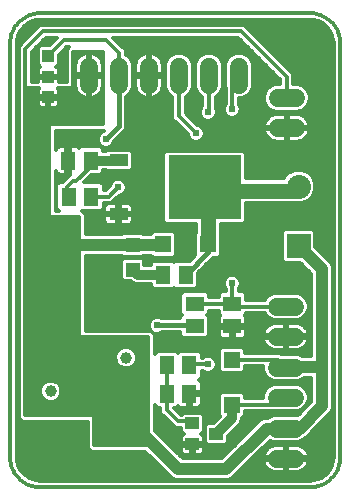
<source format=gtl>
G75*
%MOIN*%
%OFA0B0*%
%FSLAX24Y24*%
%IPPOS*%
%LPD*%
%AMOC8*
5,1,8,0,0,1.08239X$1,22.5*
%
%ADD10C,0.0120*%
%ADD11R,0.0512X0.0630*%
%ADD12R,0.0551X0.0551*%
%ADD13R,0.0800X0.0800*%
%ADD14C,0.0800*%
%ADD15R,0.0472X0.0472*%
%ADD16C,0.0600*%
%ADD17R,0.0591X0.0512*%
%ADD18R,0.0630X0.0512*%
%ADD19R,0.2441X0.2126*%
%ADD20R,0.0630X0.0394*%
%ADD21R,0.0450X0.0400*%
%ADD22R,0.0394X0.0394*%
%ADD23C,0.0394*%
%ADD24C,0.0240*%
%ADD25C,0.1660*%
%ADD26C,0.0320*%
%ADD27C,0.0500*%
%ADD28C,0.0160*%
%ADD29C,0.0400*%
D10*
X004332Y005229D02*
X004188Y005426D01*
X004113Y005659D01*
X004103Y005781D01*
X004103Y019581D01*
X004113Y019703D01*
X004188Y019935D01*
X004332Y020132D01*
X004529Y020276D01*
X004761Y020351D01*
X004883Y020361D01*
X013883Y020361D01*
X014005Y020351D01*
X014237Y020276D01*
X014435Y020132D01*
X014578Y019935D01*
X014654Y019703D01*
X014663Y019581D01*
X014663Y005781D01*
X014654Y005659D01*
X014578Y005426D01*
X014435Y005229D01*
X014237Y005086D01*
X014005Y005010D01*
X013883Y005001D01*
X004883Y005001D01*
X004761Y005010D01*
X004529Y005086D01*
X004332Y005229D01*
X004342Y005222D02*
X009133Y005222D01*
X009015Y005340D02*
X004251Y005340D01*
X004178Y005459D02*
X008896Y005459D01*
X008778Y005577D02*
X004139Y005577D01*
X004110Y005696D02*
X008659Y005696D01*
X008541Y005814D02*
X004103Y005814D01*
X004103Y005933D02*
X008422Y005933D01*
X008394Y005961D02*
X009279Y005075D01*
X009412Y005021D01*
X011155Y005021D01*
X011287Y005075D01*
X012547Y006335D01*
X012691Y006275D01*
X013474Y006275D01*
X013643Y006345D01*
X013718Y006420D01*
X013742Y006430D01*
X013843Y006531D01*
X014589Y007277D01*
X014643Y007409D01*
X014643Y012120D01*
X014589Y012252D01*
X014487Y012353D01*
X014060Y012781D01*
X014060Y013298D01*
X013966Y013392D01*
X013034Y013392D01*
X012940Y013298D01*
X012940Y012365D01*
X013034Y012272D01*
X013551Y012272D01*
X013923Y011899D01*
X013923Y009141D01*
X013653Y009141D01*
X013631Y009162D01*
X013462Y009232D01*
X012922Y009232D01*
X012905Y009249D01*
X011719Y009249D01*
X011719Y009370D01*
X011625Y009464D01*
X010941Y009464D01*
X010848Y009370D01*
X010848Y008687D01*
X010941Y008593D01*
X011625Y008593D01*
X011719Y008687D01*
X011719Y008809D01*
X012311Y008809D01*
X012311Y008680D01*
X012381Y008511D01*
X012510Y008382D01*
X012679Y008312D01*
X013462Y008312D01*
X013631Y008382D01*
X013670Y008421D01*
X013923Y008421D01*
X013923Y007630D01*
X013484Y007191D01*
X013474Y007195D01*
X012691Y007195D01*
X012522Y007125D01*
X012492Y007095D01*
X012366Y007095D01*
X012234Y007040D01*
X010934Y005741D01*
X009632Y005741D01*
X008703Y006670D01*
X008703Y007511D01*
X008788Y007427D01*
X008890Y007427D01*
X008890Y007263D01*
X009263Y006889D01*
X009392Y006761D01*
X009573Y006761D01*
X009573Y006643D01*
X009663Y006553D01*
X009635Y006537D01*
X009605Y006508D01*
X009584Y006471D01*
X009573Y006430D01*
X009573Y006249D01*
X009918Y006249D01*
X009918Y006169D01*
X009998Y006169D01*
X009998Y005849D01*
X010204Y005849D01*
X010245Y005860D01*
X010281Y005881D01*
X010311Y005911D01*
X010332Y005948D01*
X010343Y005988D01*
X010343Y006169D01*
X009998Y006169D01*
X009998Y006249D01*
X010343Y006249D01*
X010343Y006430D01*
X010332Y006471D01*
X010311Y006508D01*
X010281Y006537D01*
X010254Y006553D01*
X010343Y006643D01*
X010343Y007176D01*
X010249Y007269D01*
X009667Y007269D01*
X009598Y007201D01*
X009574Y007201D01*
X009348Y007427D01*
X009432Y007427D01*
X009484Y007479D01*
X009504Y007459D01*
X009540Y007438D01*
X009581Y007427D01*
X009798Y007427D01*
X009798Y007842D01*
X009918Y007842D01*
X009918Y007962D01*
X010274Y007962D01*
X010274Y008238D01*
X010263Y008279D01*
X010242Y008315D01*
X010212Y008345D01*
X010176Y008366D01*
X010174Y008366D01*
X010177Y008366D01*
X010271Y008460D01*
X010271Y008661D01*
X010307Y008661D01*
X010325Y008643D01*
X010428Y008601D01*
X010539Y008601D01*
X010642Y008643D01*
X010721Y008722D01*
X010763Y008825D01*
X010763Y008936D01*
X010721Y009039D01*
X010642Y009118D01*
X010539Y009161D01*
X010428Y009161D01*
X010325Y009118D01*
X010307Y009101D01*
X010271Y009101D01*
X010271Y009222D01*
X010177Y009316D01*
X009533Y009316D01*
X009481Y009264D01*
X009429Y009316D01*
X008785Y009316D01*
X008703Y009235D01*
X008703Y009872D01*
X008637Y009938D01*
X008728Y009901D01*
X008839Y009901D01*
X008936Y009941D01*
X009558Y009941D01*
X009558Y009834D01*
X009652Y009741D01*
X010415Y009741D01*
X010508Y009834D01*
X010508Y010479D01*
X010456Y010531D01*
X010508Y010582D01*
X010508Y010672D01*
X010839Y010672D01*
X010839Y010569D01*
X010891Y010518D01*
X010871Y010498D01*
X010850Y010461D01*
X010839Y010421D01*
X010839Y010204D01*
X011234Y010204D01*
X011234Y010084D01*
X010839Y010084D01*
X010839Y009867D01*
X010850Y009826D01*
X010871Y009789D01*
X010901Y009760D01*
X010937Y009739D01*
X010978Y009728D01*
X011234Y009728D01*
X011234Y010084D01*
X011354Y010084D01*
X011354Y010204D01*
X011750Y010204D01*
X011750Y010421D01*
X011739Y010461D01*
X011718Y010498D01*
X011698Y010518D01*
X011750Y010569D01*
X011750Y010583D01*
X012364Y010583D01*
X012381Y010543D01*
X012510Y010413D01*
X012679Y010343D01*
X013462Y010343D01*
X013631Y010413D01*
X013761Y010543D01*
X013831Y010712D01*
X013831Y010895D01*
X013761Y011064D01*
X013631Y011193D01*
X013462Y011263D01*
X012679Y011263D01*
X012510Y011193D01*
X012381Y011064D01*
X012364Y011023D01*
X011750Y011023D01*
X011750Y011214D01*
X011656Y011307D01*
X011503Y011307D01*
X011503Y011405D01*
X011521Y011422D01*
X011563Y011525D01*
X011563Y011636D01*
X011521Y011739D01*
X013923Y011739D01*
X013923Y011621D02*
X011563Y011621D01*
X011554Y011502D02*
X013923Y011502D01*
X013923Y011384D02*
X011503Y011384D01*
X011698Y011265D02*
X013923Y011265D01*
X013923Y011147D02*
X013678Y011147D01*
X013776Y011028D02*
X013923Y011028D01*
X013923Y010910D02*
X013825Y010910D01*
X013831Y010791D02*
X013923Y010791D01*
X013923Y010673D02*
X013814Y010673D01*
X013765Y010554D02*
X013923Y010554D01*
X013923Y010436D02*
X013653Y010436D01*
X013547Y010230D02*
X013478Y010252D01*
X013407Y010263D01*
X013111Y010263D01*
X013111Y009843D01*
X013923Y009843D01*
X013830Y009843D02*
X013819Y009911D01*
X013797Y009980D01*
X013764Y010044D01*
X013722Y010103D01*
X013670Y010154D01*
X013612Y010197D01*
X013547Y010230D01*
X013608Y010199D02*
X013923Y010199D01*
X013923Y010317D02*
X011750Y010317D01*
X011746Y010436D02*
X012488Y010436D01*
X012376Y010554D02*
X011734Y010554D01*
X011383Y010803D02*
X011294Y010892D01*
X011283Y010892D01*
X010046Y010892D01*
X010033Y010905D01*
X009652Y011320D02*
X010415Y011320D01*
X010508Y011227D01*
X010508Y011112D01*
X010839Y011112D01*
X010839Y011214D01*
X010933Y011307D01*
X011063Y011307D01*
X011063Y011405D01*
X011046Y011422D01*
X011003Y011525D01*
X011003Y011636D01*
X011046Y011739D01*
X010146Y011739D01*
X010146Y011621D02*
X011003Y011621D01*
X011013Y011502D02*
X010146Y011502D01*
X010146Y011479D02*
X010146Y011937D01*
X010649Y012439D01*
X010828Y012439D01*
X010921Y012533D01*
X010921Y013217D01*
X010896Y013242D01*
X010896Y013558D01*
X011657Y013558D01*
X011751Y013651D01*
X011751Y014256D01*
X013351Y014256D01*
X013388Y014240D01*
X013611Y014240D01*
X013817Y014325D01*
X013975Y014483D01*
X014060Y014689D01*
X014060Y014912D01*
X013975Y015117D01*
X013817Y015275D01*
X013611Y015360D01*
X013388Y015360D01*
X013183Y015275D01*
X013025Y015117D01*
X013008Y015076D01*
X011751Y015076D01*
X011751Y015910D01*
X011657Y016004D01*
X009084Y016004D01*
X008990Y015910D01*
X008990Y013651D01*
X009084Y013558D01*
X010076Y013558D01*
X010076Y013242D01*
X010050Y013217D01*
X010050Y012533D01*
X010057Y012526D01*
X009866Y012335D01*
X009408Y012335D01*
X009357Y012283D01*
X009305Y012335D01*
X008660Y012335D01*
X008567Y012241D01*
X008567Y012180D01*
X008361Y012180D01*
X008361Y012341D01*
X008267Y012435D01*
X007662Y012435D01*
X007568Y012341D01*
X007568Y011736D01*
X007662Y011643D01*
X007908Y011643D01*
X007962Y011589D01*
X008080Y011540D01*
X008567Y011540D01*
X008567Y011479D01*
X008660Y011385D01*
X009305Y011385D01*
X009357Y011437D01*
X009408Y011385D01*
X010053Y011385D01*
X010146Y011479D01*
X010146Y011858D02*
X011220Y011858D01*
X011228Y011861D02*
X011125Y011818D01*
X011046Y011739D01*
X011228Y011861D02*
X011339Y011861D01*
X011442Y011818D01*
X011521Y011739D01*
X011346Y011858D02*
X013923Y011858D01*
X013846Y011976D02*
X010186Y011976D01*
X010304Y012095D02*
X013728Y012095D01*
X013609Y012213D02*
X010423Y012213D01*
X010541Y012332D02*
X012974Y012332D01*
X012940Y012450D02*
X010838Y012450D01*
X010921Y012569D02*
X012940Y012569D01*
X012940Y012687D02*
X010921Y012687D01*
X010921Y012806D02*
X012940Y012806D01*
X012940Y012924D02*
X010921Y012924D01*
X010921Y013043D02*
X012940Y013043D01*
X012940Y013161D02*
X010921Y013161D01*
X010896Y013280D02*
X012940Y013280D01*
X011735Y013635D02*
X014663Y013635D01*
X014663Y013517D02*
X010896Y013517D01*
X010896Y013398D02*
X014663Y013398D01*
X014663Y013280D02*
X014060Y013280D01*
X014060Y013161D02*
X014663Y013161D01*
X014663Y013043D02*
X014060Y013043D01*
X014060Y012924D02*
X014663Y012924D01*
X014663Y012806D02*
X014060Y012806D01*
X014154Y012687D02*
X014663Y012687D01*
X014663Y012569D02*
X014272Y012569D01*
X014391Y012450D02*
X014663Y012450D01*
X014663Y012332D02*
X014509Y012332D01*
X014605Y012213D02*
X014663Y012213D01*
X014663Y012095D02*
X014643Y012095D01*
X014643Y011976D02*
X014663Y011976D01*
X014663Y011858D02*
X014643Y011858D01*
X014643Y011739D02*
X014663Y011739D01*
X014663Y011621D02*
X014643Y011621D01*
X014643Y011502D02*
X014663Y011502D01*
X014663Y011384D02*
X014643Y011384D01*
X014643Y011265D02*
X014663Y011265D01*
X014663Y011147D02*
X014643Y011147D01*
X014643Y011028D02*
X014663Y011028D01*
X014663Y010910D02*
X014643Y010910D01*
X014643Y010791D02*
X014663Y010791D01*
X014663Y010673D02*
X014643Y010673D01*
X014643Y010554D02*
X014663Y010554D01*
X014663Y010436D02*
X014643Y010436D01*
X014643Y010317D02*
X014663Y010317D01*
X014663Y010199D02*
X014643Y010199D01*
X014643Y010080D02*
X014663Y010080D01*
X014663Y009962D02*
X014643Y009962D01*
X014643Y009843D02*
X014663Y009843D01*
X014663Y009725D02*
X014643Y009725D01*
X014643Y009606D02*
X014663Y009606D01*
X014663Y009488D02*
X014643Y009488D01*
X014643Y009369D02*
X014663Y009369D01*
X014663Y009251D02*
X014643Y009251D01*
X014643Y009132D02*
X014663Y009132D01*
X014663Y009014D02*
X014643Y009014D01*
X014643Y008895D02*
X014663Y008895D01*
X014663Y008777D02*
X014643Y008777D01*
X014643Y008658D02*
X014663Y008658D01*
X014663Y008540D02*
X014643Y008540D01*
X014643Y008421D02*
X014663Y008421D01*
X014663Y008303D02*
X014643Y008303D01*
X014643Y008184D02*
X014663Y008184D01*
X014663Y008066D02*
X014643Y008066D01*
X014643Y007947D02*
X014663Y007947D01*
X014663Y007829D02*
X014643Y007829D01*
X014643Y007710D02*
X014663Y007710D01*
X014663Y007592D02*
X014643Y007592D01*
X014643Y007473D02*
X014663Y007473D01*
X014663Y007355D02*
X014621Y007355D01*
X014663Y007236D02*
X014548Y007236D01*
X014663Y007118D02*
X014429Y007118D01*
X014311Y006999D02*
X014663Y006999D01*
X014663Y006881D02*
X014192Y006881D01*
X014074Y006762D02*
X014663Y006762D01*
X014663Y006644D02*
X013955Y006644D01*
X013837Y006525D02*
X014663Y006525D01*
X014663Y006407D02*
X013705Y006407D01*
X013506Y006288D02*
X014663Y006288D01*
X014663Y006170D02*
X013533Y006170D01*
X013559Y006161D02*
X013490Y006184D01*
X013419Y006195D01*
X013123Y006195D01*
X013123Y005775D01*
X013842Y005775D01*
X013831Y005843D01*
X013809Y005911D01*
X013776Y005976D01*
X013733Y006035D01*
X013682Y006086D01*
X013624Y006128D01*
X013559Y006161D01*
X013717Y006051D02*
X014663Y006051D01*
X014663Y005933D02*
X013798Y005933D01*
X013836Y005814D02*
X014663Y005814D01*
X014657Y005696D02*
X013123Y005696D01*
X013123Y005695D02*
X013123Y005775D01*
X013043Y005775D01*
X013043Y006195D01*
X012746Y006195D01*
X012675Y006184D01*
X012606Y006161D01*
X012541Y006128D01*
X012483Y006086D01*
X012432Y006035D01*
X012389Y005976D01*
X012356Y005911D01*
X012334Y005843D01*
X012323Y005775D01*
X013043Y005775D01*
X013043Y005695D01*
X013123Y005695D01*
X013842Y005695D01*
X013831Y005627D01*
X013809Y005558D01*
X013776Y005494D01*
X013733Y005435D01*
X013682Y005384D01*
X013624Y005341D01*
X013559Y005309D01*
X013490Y005286D01*
X013419Y005275D01*
X013123Y005275D01*
X013123Y005695D01*
X013043Y005695D02*
X013043Y005275D01*
X012746Y005275D01*
X012675Y005286D01*
X012606Y005309D01*
X012541Y005341D01*
X012483Y005384D01*
X012432Y005435D01*
X012389Y005494D01*
X012356Y005558D01*
X012334Y005627D01*
X012323Y005695D01*
X013043Y005695D01*
X013043Y005696D02*
X011907Y005696D01*
X012026Y005814D02*
X012329Y005814D01*
X012367Y005933D02*
X012144Y005933D01*
X012263Y006051D02*
X012448Y006051D01*
X012381Y006170D02*
X012632Y006170D01*
X012659Y006288D02*
X012500Y006288D01*
X011956Y006762D02*
X011413Y006762D01*
X011465Y006813D02*
X011555Y006903D01*
X011603Y007021D01*
X011603Y007097D01*
X011625Y007097D01*
X011719Y007191D01*
X011719Y007313D01*
X012678Y007313D01*
X012679Y007312D01*
X013462Y007312D01*
X013631Y007382D01*
X013761Y007511D01*
X013831Y007680D01*
X013831Y007863D01*
X013761Y008032D01*
X013631Y008162D01*
X013462Y008232D01*
X012679Y008232D01*
X012510Y008162D01*
X012381Y008032D01*
X012311Y007863D01*
X012311Y007753D01*
X011719Y007753D01*
X011719Y007874D01*
X011625Y007968D01*
X010941Y007968D01*
X010848Y007874D01*
X010848Y007191D01*
X010892Y007146D01*
X010666Y006919D01*
X010467Y006919D01*
X010373Y006826D01*
X010373Y006293D01*
X010467Y006199D01*
X011049Y006199D01*
X011143Y006293D01*
X011143Y006492D01*
X011465Y006813D01*
X011532Y006881D02*
X012074Y006881D01*
X012193Y006999D02*
X011594Y006999D01*
X011646Y007118D02*
X012515Y007118D01*
X012831Y007533D02*
X011283Y007533D01*
X011719Y007829D02*
X012311Y007829D01*
X012345Y007947D02*
X011646Y007947D01*
X011690Y008658D02*
X012320Y008658D01*
X012311Y008777D02*
X011719Y008777D01*
X011719Y009251D02*
X013923Y009251D01*
X013923Y009369D02*
X013523Y009369D01*
X013547Y009377D02*
X013612Y009410D01*
X013670Y009453D01*
X013722Y009504D01*
X013764Y009562D01*
X013797Y009627D01*
X013819Y009696D01*
X013830Y009763D01*
X013111Y009763D01*
X013111Y009343D01*
X013407Y009343D01*
X013478Y009355D01*
X013547Y009377D01*
X013705Y009488D02*
X013923Y009488D01*
X013923Y009606D02*
X013786Y009606D01*
X013824Y009725D02*
X013923Y009725D01*
X013830Y009843D02*
X013111Y009843D01*
X013111Y009763D01*
X013031Y009763D01*
X013031Y009343D01*
X012735Y009343D01*
X012663Y009355D01*
X012594Y009377D01*
X012530Y009410D01*
X012471Y009453D01*
X012420Y009504D01*
X012377Y009562D01*
X012344Y009627D01*
X012322Y009696D01*
X012311Y009763D01*
X013031Y009763D01*
X013031Y009843D01*
X011743Y009843D01*
X011739Y009826D02*
X011750Y009867D01*
X011750Y010084D01*
X011354Y010084D01*
X011354Y009728D01*
X011611Y009728D01*
X011651Y009739D01*
X011688Y009760D01*
X011718Y009789D01*
X011739Y009826D01*
X011750Y009962D02*
X012338Y009962D01*
X012344Y009980D02*
X012322Y009911D01*
X012311Y009843D01*
X013031Y009843D01*
X013031Y010263D01*
X012735Y010263D01*
X012663Y010252D01*
X012594Y010230D01*
X012530Y010197D01*
X012471Y010154D01*
X012420Y010103D01*
X012377Y010044D01*
X012344Y009980D01*
X012403Y010080D02*
X011750Y010080D01*
X011354Y010080D02*
X011234Y010080D01*
X011234Y009962D02*
X011354Y009962D01*
X011354Y009843D02*
X011234Y009843D01*
X011234Y010199D02*
X010508Y010199D01*
X010508Y010317D02*
X010839Y010317D01*
X010843Y010436D02*
X010508Y010436D01*
X010480Y010554D02*
X010854Y010554D01*
X010839Y010080D02*
X010508Y010080D01*
X010508Y009962D02*
X010839Y009962D01*
X010845Y009843D02*
X010508Y009843D01*
X010848Y009369D02*
X008703Y009369D01*
X008703Y009251D02*
X008719Y009251D01*
X008483Y009251D02*
X008074Y009251D01*
X008052Y009304D02*
X007952Y009404D01*
X007820Y009459D01*
X007678Y009459D01*
X007547Y009404D01*
X007447Y009304D01*
X007393Y009173D01*
X007393Y009031D01*
X007447Y008900D01*
X007547Y008799D01*
X007678Y008745D01*
X007820Y008745D01*
X007952Y008799D01*
X008052Y008900D01*
X008106Y009031D01*
X008106Y009173D01*
X008052Y009304D01*
X007987Y009369D02*
X008483Y009369D01*
X008483Y009488D02*
X004383Y009488D01*
X004383Y009606D02*
X008483Y009606D01*
X008483Y009725D02*
X004383Y009725D01*
X004383Y009843D02*
X006183Y009843D01*
X006183Y009781D02*
X008483Y009781D01*
X008483Y006181D01*
X006683Y006181D01*
X006683Y007181D01*
X004383Y007181D01*
X004383Y018081D01*
X004840Y018081D01*
X004830Y018071D01*
X004809Y018034D01*
X004798Y017994D01*
X004798Y017814D01*
X005117Y017814D01*
X005117Y017737D01*
X005193Y017737D01*
X005193Y017419D01*
X005373Y017419D01*
X005414Y017430D01*
X005450Y017451D01*
X005480Y017481D01*
X005501Y017517D01*
X005512Y017558D01*
X005512Y017737D01*
X005193Y017737D01*
X005193Y017814D01*
X005512Y017814D01*
X005512Y017994D01*
X005501Y018034D01*
X005480Y018071D01*
X005470Y018081D01*
X005983Y018081D01*
X005983Y019281D01*
X006983Y019281D01*
X006983Y016881D01*
X005183Y016881D01*
X005183Y013781D01*
X006183Y013781D01*
X006183Y009781D01*
X006183Y009962D02*
X004383Y009962D01*
X004383Y010080D02*
X006183Y010080D01*
X006183Y010199D02*
X004383Y010199D01*
X004383Y010317D02*
X006183Y010317D01*
X006183Y010436D02*
X004383Y010436D01*
X004383Y010554D02*
X006183Y010554D01*
X006183Y010673D02*
X004383Y010673D01*
X004383Y010791D02*
X006183Y010791D01*
X006183Y010910D02*
X004383Y010910D01*
X004383Y011028D02*
X006183Y011028D01*
X006183Y011147D02*
X004383Y011147D01*
X004383Y011265D02*
X006183Y011265D01*
X006183Y011384D02*
X004383Y011384D01*
X004383Y011502D02*
X006183Y011502D01*
X006183Y011621D02*
X004383Y011621D01*
X004383Y011739D02*
X006183Y011739D01*
X006183Y011858D02*
X004383Y011858D01*
X004383Y011976D02*
X006183Y011976D01*
X006183Y012095D02*
X004383Y012095D01*
X004383Y012213D02*
X006183Y012213D01*
X006183Y012332D02*
X004383Y012332D01*
X004383Y012450D02*
X006183Y012450D01*
X006183Y012569D02*
X004383Y012569D01*
X004383Y012687D02*
X006183Y012687D01*
X006183Y012806D02*
X004383Y012806D01*
X004383Y012924D02*
X006183Y012924D01*
X006183Y013043D02*
X004383Y013043D01*
X004383Y013161D02*
X006183Y013161D01*
X006183Y013280D02*
X004383Y013280D01*
X004383Y013398D02*
X006183Y013398D01*
X006183Y013517D02*
X004383Y013517D01*
X004383Y013635D02*
X006183Y013635D01*
X006183Y013754D02*
X004383Y013754D01*
X004383Y013872D02*
X005183Y013872D01*
X005183Y013991D02*
X004383Y013991D01*
X004383Y014109D02*
X005183Y014109D01*
X005183Y014228D02*
X004383Y014228D01*
X004383Y014346D02*
X005183Y014346D01*
X005183Y014465D02*
X004383Y014465D01*
X004383Y014583D02*
X005183Y014583D01*
X005183Y014702D02*
X004383Y014702D01*
X004383Y014820D02*
X005183Y014820D01*
X005183Y014939D02*
X004383Y014939D01*
X004383Y015057D02*
X005183Y015057D01*
X005183Y015176D02*
X004383Y015176D01*
X004383Y015294D02*
X005183Y015294D01*
X005183Y015413D02*
X004383Y015413D01*
X004383Y015531D02*
X005183Y015531D01*
X005183Y015650D02*
X004383Y015650D01*
X004383Y015768D02*
X005183Y015768D01*
X005183Y015887D02*
X004383Y015887D01*
X004383Y016005D02*
X005183Y016005D01*
X005183Y016124D02*
X004383Y016124D01*
X004383Y016242D02*
X005183Y016242D01*
X005183Y016361D02*
X004383Y016361D01*
X004383Y016479D02*
X005183Y016479D01*
X005183Y016598D02*
X004383Y016598D01*
X004383Y016716D02*
X005183Y016716D01*
X005183Y016835D02*
X004383Y016835D01*
X004383Y016953D02*
X006983Y016953D01*
X006983Y017072D02*
X004383Y017072D01*
X004383Y017190D02*
X006983Y017190D01*
X006983Y017309D02*
X004383Y017309D01*
X004383Y017381D02*
X004483Y017281D01*
X004383Y017381D02*
X004383Y019381D01*
X004983Y019981D01*
X011583Y019981D01*
X013102Y018462D01*
X013102Y017760D01*
X012882Y018220D02*
X012711Y018220D01*
X012542Y018150D01*
X012412Y018021D01*
X012342Y017852D01*
X012342Y017669D01*
X012412Y017500D01*
X012542Y017370D01*
X012711Y017300D01*
X013494Y017300D01*
X013663Y017370D01*
X013792Y017500D01*
X013862Y017669D01*
X013862Y017852D01*
X013792Y018021D01*
X013663Y018150D01*
X013494Y018220D01*
X013322Y018220D01*
X013322Y018553D01*
X011803Y020072D01*
X011674Y020201D01*
X004892Y020201D01*
X004292Y019601D01*
X004163Y019472D01*
X004163Y007089D01*
X004292Y006961D01*
X006463Y006961D01*
X006463Y006089D01*
X006592Y005961D01*
X008394Y005961D01*
X008483Y006288D02*
X006683Y006288D01*
X006683Y006407D02*
X008483Y006407D01*
X008483Y006525D02*
X006683Y006525D01*
X006683Y006644D02*
X008483Y006644D01*
X008483Y006762D02*
X006683Y006762D01*
X006683Y006881D02*
X008483Y006881D01*
X008483Y006999D02*
X006683Y006999D01*
X006683Y007118D02*
X008483Y007118D01*
X008483Y007236D02*
X004383Y007236D01*
X004383Y007355D02*
X008483Y007355D01*
X008483Y007473D02*
X004383Y007473D01*
X004383Y007592D02*
X008483Y007592D01*
X008483Y007710D02*
X005464Y007710D01*
X005434Y007680D02*
X005534Y007780D01*
X005588Y007911D01*
X005588Y008053D01*
X005534Y008184D01*
X008483Y008184D01*
X008483Y008066D02*
X005583Y008066D01*
X005588Y007947D02*
X008483Y007947D01*
X008483Y007829D02*
X005554Y007829D01*
X005434Y007680D02*
X005302Y007625D01*
X005160Y007625D01*
X005029Y007680D01*
X004929Y007780D01*
X004875Y007911D01*
X004875Y008053D01*
X004929Y008184D01*
X004383Y008184D01*
X004383Y008066D02*
X004880Y008066D01*
X004875Y007947D02*
X004383Y007947D01*
X004383Y007829D02*
X004909Y007829D01*
X004999Y007710D02*
X004383Y007710D01*
X004163Y007710D02*
X004103Y007710D01*
X004103Y007592D02*
X004163Y007592D01*
X004163Y007473D02*
X004103Y007473D01*
X004103Y007355D02*
X004163Y007355D01*
X004163Y007236D02*
X004103Y007236D01*
X004103Y007118D02*
X004163Y007118D01*
X004103Y006999D02*
X004254Y006999D01*
X004103Y006881D02*
X006463Y006881D01*
X006463Y006762D02*
X004103Y006762D01*
X004103Y006644D02*
X006463Y006644D01*
X006463Y006525D02*
X004103Y006525D01*
X004103Y006407D02*
X006463Y006407D01*
X006463Y006288D02*
X004103Y006288D01*
X004103Y006170D02*
X006463Y006170D01*
X006502Y006051D02*
X004103Y006051D01*
X003883Y005781D02*
X003883Y019581D01*
X004103Y019560D02*
X004252Y019560D01*
X004163Y019442D02*
X004103Y019442D01*
X004103Y019323D02*
X004163Y019323D01*
X004163Y019205D02*
X004103Y019205D01*
X004103Y019086D02*
X004163Y019086D01*
X004163Y018968D02*
X004103Y018968D01*
X004103Y018849D02*
X004163Y018849D01*
X004163Y018731D02*
X004103Y018731D01*
X004103Y018612D02*
X004163Y018612D01*
X004163Y018494D02*
X004103Y018494D01*
X004103Y018375D02*
X004163Y018375D01*
X004163Y018257D02*
X004103Y018257D01*
X004103Y018138D02*
X004163Y018138D01*
X004163Y018020D02*
X004103Y018020D01*
X004103Y017901D02*
X004163Y017901D01*
X004163Y017783D02*
X004103Y017783D01*
X004103Y017664D02*
X004163Y017664D01*
X004163Y017546D02*
X004103Y017546D01*
X004103Y017427D02*
X004163Y017427D01*
X004163Y017309D02*
X004103Y017309D01*
X004103Y017190D02*
X004163Y017190D01*
X004163Y017072D02*
X004103Y017072D01*
X004103Y016953D02*
X004163Y016953D01*
X004163Y016835D02*
X004103Y016835D01*
X004103Y016716D02*
X004163Y016716D01*
X004163Y016598D02*
X004103Y016598D01*
X004103Y016479D02*
X004163Y016479D01*
X004163Y016361D02*
X004103Y016361D01*
X004103Y016242D02*
X004163Y016242D01*
X004163Y016124D02*
X004103Y016124D01*
X004103Y016005D02*
X004163Y016005D01*
X004163Y015887D02*
X004103Y015887D01*
X004103Y015768D02*
X004163Y015768D01*
X004163Y015650D02*
X004103Y015650D01*
X004103Y015531D02*
X004163Y015531D01*
X004163Y015413D02*
X004103Y015413D01*
X004103Y015294D02*
X004163Y015294D01*
X004163Y015176D02*
X004103Y015176D01*
X004103Y015057D02*
X004163Y015057D01*
X004163Y014939D02*
X004103Y014939D01*
X004103Y014820D02*
X004163Y014820D01*
X004163Y014702D02*
X004103Y014702D01*
X004103Y014583D02*
X004163Y014583D01*
X004163Y014465D02*
X004103Y014465D01*
X004103Y014346D02*
X004163Y014346D01*
X004163Y014228D02*
X004103Y014228D01*
X004103Y014109D02*
X004163Y014109D01*
X004163Y013991D02*
X004103Y013991D01*
X004103Y013872D02*
X004163Y013872D01*
X004163Y013754D02*
X004103Y013754D01*
X004103Y013635D02*
X004163Y013635D01*
X004163Y013517D02*
X004103Y013517D01*
X004103Y013398D02*
X004163Y013398D01*
X004163Y013280D02*
X004103Y013280D01*
X004103Y013161D02*
X004163Y013161D01*
X004163Y013043D02*
X004103Y013043D01*
X004103Y012924D02*
X004163Y012924D01*
X004163Y012806D02*
X004103Y012806D01*
X004103Y012687D02*
X004163Y012687D01*
X004163Y012569D02*
X004103Y012569D01*
X004103Y012450D02*
X004163Y012450D01*
X004163Y012332D02*
X004103Y012332D01*
X004103Y012213D02*
X004163Y012213D01*
X004163Y012095D02*
X004103Y012095D01*
X004103Y011976D02*
X004163Y011976D01*
X004163Y011858D02*
X004103Y011858D01*
X004103Y011739D02*
X004163Y011739D01*
X004163Y011621D02*
X004103Y011621D01*
X004103Y011502D02*
X004163Y011502D01*
X004163Y011384D02*
X004103Y011384D01*
X004103Y011265D02*
X004163Y011265D01*
X004163Y011147D02*
X004103Y011147D01*
X004103Y011028D02*
X004163Y011028D01*
X004163Y010910D02*
X004103Y010910D01*
X004103Y010791D02*
X004163Y010791D01*
X004163Y010673D02*
X004103Y010673D01*
X004103Y010554D02*
X004163Y010554D01*
X004163Y010436D02*
X004103Y010436D01*
X004103Y010317D02*
X004163Y010317D01*
X004163Y010199D02*
X004103Y010199D01*
X004103Y010080D02*
X004163Y010080D01*
X004163Y009962D02*
X004103Y009962D01*
X004103Y009843D02*
X004163Y009843D01*
X004163Y009725D02*
X004103Y009725D01*
X004103Y009606D02*
X004163Y009606D01*
X004163Y009488D02*
X004103Y009488D01*
X004103Y009369D02*
X004163Y009369D01*
X004163Y009251D02*
X004103Y009251D01*
X004103Y009132D02*
X004163Y009132D01*
X004163Y009014D02*
X004103Y009014D01*
X004103Y008895D02*
X004163Y008895D01*
X004163Y008777D02*
X004103Y008777D01*
X004103Y008658D02*
X004163Y008658D01*
X004163Y008540D02*
X004103Y008540D01*
X004103Y008421D02*
X004163Y008421D01*
X004163Y008303D02*
X004103Y008303D01*
X004103Y008184D02*
X004163Y008184D01*
X004163Y008066D02*
X004103Y008066D01*
X004103Y007947D02*
X004163Y007947D01*
X004163Y007829D02*
X004103Y007829D01*
X004383Y008303D02*
X005072Y008303D01*
X005029Y008285D02*
X004929Y008184D01*
X005029Y008285D02*
X005160Y008339D01*
X005302Y008339D01*
X005434Y008285D01*
X005534Y008184D01*
X005390Y008303D02*
X008483Y008303D01*
X008483Y008421D02*
X004383Y008421D01*
X004383Y008540D02*
X008483Y008540D01*
X008483Y008658D02*
X004383Y008658D01*
X004383Y008777D02*
X007602Y008777D01*
X007452Y008895D02*
X004383Y008895D01*
X004383Y009014D02*
X007400Y009014D01*
X007393Y009132D02*
X004383Y009132D01*
X004383Y009251D02*
X007425Y009251D01*
X007512Y009369D02*
X004383Y009369D01*
X006403Y010001D02*
X006403Y012506D01*
X007626Y012506D01*
X007662Y012469D01*
X008267Y012469D01*
X008303Y012506D01*
X008582Y012506D01*
X008648Y012439D01*
X009331Y012439D01*
X009425Y012533D01*
X009425Y013217D01*
X009331Y013311D01*
X008648Y013311D01*
X008563Y013226D01*
X008303Y013226D01*
X008267Y013262D01*
X007662Y013262D01*
X007626Y013226D01*
X006403Y013226D01*
X006403Y013872D01*
X007458Y013872D01*
X007458Y013844D02*
X007458Y013921D01*
X007022Y013921D01*
X007022Y014101D01*
X007033Y014142D01*
X007054Y014178D01*
X007084Y014208D01*
X007120Y014229D01*
X007161Y014240D01*
X007458Y014240D01*
X007458Y013921D01*
X007535Y013921D01*
X007972Y013921D01*
X007972Y014101D01*
X007961Y014142D01*
X007940Y014178D01*
X007910Y014208D01*
X007873Y014229D01*
X007833Y014240D01*
X007535Y014240D01*
X007535Y013921D01*
X007535Y013844D01*
X007535Y013526D01*
X007833Y013526D01*
X007873Y013537D01*
X007910Y013558D01*
X007940Y013588D01*
X007961Y013624D01*
X007972Y013665D01*
X007972Y013844D01*
X007535Y013844D01*
X007458Y013844D01*
X007458Y013526D01*
X007161Y013526D01*
X007120Y013537D01*
X007084Y013558D01*
X007054Y013588D01*
X007033Y013624D01*
X007022Y013665D01*
X007022Y013844D01*
X007458Y013844D01*
X007535Y013872D02*
X008990Y013872D01*
X008990Y013754D02*
X007972Y013754D01*
X007964Y013635D02*
X009006Y013635D01*
X008990Y013991D02*
X007972Y013991D01*
X007969Y014109D02*
X008990Y014109D01*
X008990Y014228D02*
X007876Y014228D01*
X007535Y014228D02*
X007458Y014228D01*
X007458Y014109D02*
X007535Y014109D01*
X007535Y013991D02*
X007458Y013991D01*
X007458Y013754D02*
X007535Y013754D01*
X007535Y013635D02*
X007458Y013635D01*
X007030Y013635D02*
X006403Y013635D01*
X006403Y013517D02*
X010076Y013517D01*
X010076Y013398D02*
X006403Y013398D01*
X006403Y013280D02*
X008617Y013280D01*
X009363Y013280D02*
X010076Y013280D01*
X010050Y013161D02*
X009425Y013161D01*
X009425Y013043D02*
X010050Y013043D01*
X010050Y012924D02*
X009425Y012924D01*
X009425Y012806D02*
X010050Y012806D01*
X010050Y012687D02*
X009425Y012687D01*
X009425Y012569D02*
X010050Y012569D01*
X009981Y012450D02*
X009342Y012450D01*
X009308Y012332D02*
X009405Y012332D01*
X008657Y012332D02*
X008361Y012332D01*
X008361Y012213D02*
X008567Y012213D01*
X008637Y012450D02*
X006403Y012450D01*
X006403Y012332D02*
X007568Y012332D01*
X007568Y012213D02*
X006403Y012213D01*
X006403Y012095D02*
X007568Y012095D01*
X007568Y011976D02*
X006403Y011976D01*
X006403Y011858D02*
X007568Y011858D01*
X007568Y011739D02*
X006403Y011739D01*
X006403Y011621D02*
X007930Y011621D01*
X008567Y011502D02*
X006403Y011502D01*
X006403Y011384D02*
X011063Y011384D01*
X010890Y011265D02*
X010470Y011265D01*
X010508Y011147D02*
X010839Y011147D01*
X011283Y010892D02*
X011283Y011581D01*
X011750Y011147D02*
X012463Y011147D01*
X012366Y011028D02*
X011750Y011028D01*
X011383Y010803D02*
X013071Y010803D01*
X013031Y010199D02*
X013111Y010199D01*
X013111Y010080D02*
X013031Y010080D01*
X013031Y009962D02*
X013111Y009962D01*
X013111Y009843D02*
X013031Y009843D01*
X013031Y009725D02*
X013111Y009725D01*
X013111Y009606D02*
X013031Y009606D01*
X013031Y009488D02*
X013111Y009488D01*
X013111Y009369D02*
X013031Y009369D01*
X012814Y009029D02*
X011283Y009029D01*
X010876Y008658D02*
X010657Y008658D01*
X010743Y008777D02*
X010848Y008777D01*
X010848Y008895D02*
X010763Y008895D01*
X010731Y009014D02*
X010848Y009014D01*
X010848Y009132D02*
X010608Y009132D01*
X010359Y009132D02*
X010271Y009132D01*
X010243Y009251D02*
X010848Y009251D01*
X010483Y008881D02*
X009894Y008881D01*
X009855Y008841D01*
X010271Y008658D02*
X010310Y008658D01*
X010271Y008540D02*
X012369Y008540D01*
X012471Y008421D02*
X010232Y008421D01*
X010249Y008303D02*
X013923Y008303D01*
X013923Y008184D02*
X013578Y008184D01*
X013728Y008066D02*
X013923Y008066D01*
X013923Y007947D02*
X013796Y007947D01*
X013831Y007829D02*
X013923Y007829D01*
X013923Y007710D02*
X013831Y007710D01*
X013794Y007592D02*
X013885Y007592D01*
X013767Y007473D02*
X013722Y007473D01*
X013648Y007355D02*
X013565Y007355D01*
X013530Y007236D02*
X011719Y007236D01*
X011837Y006644D02*
X011295Y006644D01*
X011176Y006525D02*
X011719Y006525D01*
X011600Y006407D02*
X011143Y006407D01*
X011138Y006288D02*
X011482Y006288D01*
X011363Y006170D02*
X009998Y006170D01*
X009918Y006169D02*
X009918Y005849D01*
X009712Y005849D01*
X009671Y005860D01*
X009635Y005881D01*
X009605Y005911D01*
X009584Y005948D01*
X009573Y005988D01*
X009573Y006169D01*
X009918Y006169D01*
X009918Y006170D02*
X009203Y006170D01*
X009085Y006288D02*
X009573Y006288D01*
X009573Y006407D02*
X008966Y006407D01*
X008848Y006525D02*
X009623Y006525D01*
X009573Y006644D02*
X008729Y006644D01*
X008703Y006762D02*
X009391Y006762D01*
X009272Y006881D02*
X008703Y006881D01*
X008703Y006999D02*
X009154Y006999D01*
X009035Y007118D02*
X008703Y007118D01*
X008703Y007236D02*
X008917Y007236D01*
X008890Y007355D02*
X008703Y007355D01*
X008703Y007473D02*
X008742Y007473D01*
X009110Y007354D02*
X009483Y006981D01*
X009887Y006981D01*
X009958Y006909D01*
X010343Y006881D02*
X010428Y006881D01*
X010373Y006762D02*
X010343Y006762D01*
X010343Y006644D02*
X010373Y006644D01*
X010373Y006525D02*
X010294Y006525D01*
X010343Y006407D02*
X010373Y006407D01*
X010378Y006288D02*
X010343Y006288D01*
X010343Y006051D02*
X011245Y006051D01*
X011126Y005933D02*
X010324Y005933D01*
X009998Y005933D02*
X009918Y005933D01*
X009918Y006051D02*
X009998Y006051D01*
X009593Y005933D02*
X009440Y005933D01*
X009322Y006051D02*
X009573Y006051D01*
X009559Y005814D02*
X011008Y005814D01*
X011433Y005222D02*
X014425Y005222D01*
X014516Y005340D02*
X013621Y005340D01*
X013750Y005459D02*
X014589Y005459D01*
X014627Y005577D02*
X013815Y005577D01*
X013883Y004781D02*
X013943Y004783D01*
X014004Y004788D01*
X014063Y004797D01*
X014122Y004810D01*
X014181Y004826D01*
X014238Y004846D01*
X014293Y004869D01*
X014348Y004896D01*
X014400Y004925D01*
X014451Y004958D01*
X014500Y004994D01*
X014546Y005032D01*
X014590Y005074D01*
X014632Y005118D01*
X014670Y005164D01*
X014706Y005213D01*
X014739Y005264D01*
X014768Y005316D01*
X014795Y005371D01*
X014818Y005426D01*
X014838Y005483D01*
X014854Y005542D01*
X014867Y005601D01*
X014876Y005660D01*
X014881Y005721D01*
X014883Y005781D01*
X014883Y019581D01*
X014663Y019560D02*
X012315Y019560D01*
X012433Y019442D02*
X014663Y019442D01*
X014663Y019323D02*
X012552Y019323D01*
X012670Y019205D02*
X014663Y019205D01*
X014663Y019086D02*
X012789Y019086D01*
X012907Y018968D02*
X014663Y018968D01*
X014663Y018849D02*
X013026Y018849D01*
X013144Y018731D02*
X014663Y018731D01*
X014663Y018612D02*
X013263Y018612D01*
X013322Y018494D02*
X014663Y018494D01*
X014663Y018375D02*
X013322Y018375D01*
X013322Y018257D02*
X014663Y018257D01*
X014663Y018138D02*
X013675Y018138D01*
X013793Y018020D02*
X014663Y018020D01*
X014663Y017901D02*
X013842Y017901D01*
X013862Y017783D02*
X014663Y017783D01*
X014663Y017664D02*
X013860Y017664D01*
X013811Y017546D02*
X014663Y017546D01*
X014663Y017427D02*
X013720Y017427D01*
X013514Y017309D02*
X014663Y017309D01*
X014663Y017190D02*
X013567Y017190D01*
X013579Y017186D02*
X013510Y017209D01*
X013438Y017220D01*
X013142Y017220D01*
X013142Y016800D01*
X013062Y016800D01*
X013062Y016720D01*
X012343Y016720D01*
X012354Y016652D01*
X012376Y016583D01*
X012409Y016519D01*
X012451Y016460D01*
X012503Y016409D01*
X012561Y016367D01*
X012626Y016334D01*
X012695Y016311D01*
X012766Y016300D01*
X013062Y016300D01*
X013062Y016720D01*
X013142Y016720D01*
X013142Y016300D01*
X013438Y016300D01*
X013510Y016311D01*
X013579Y016334D01*
X013643Y016367D01*
X013702Y016409D01*
X013753Y016460D01*
X013796Y016519D01*
X013829Y016583D01*
X013851Y016652D01*
X013862Y016720D01*
X013142Y016720D01*
X013142Y016800D01*
X013862Y016800D01*
X013851Y016868D01*
X013829Y016937D01*
X013796Y017001D01*
X013753Y017060D01*
X013702Y017111D01*
X013643Y017154D01*
X013579Y017186D01*
X013741Y017072D02*
X014663Y017072D01*
X014663Y016953D02*
X013820Y016953D01*
X013856Y016835D02*
X014663Y016835D01*
X014663Y016716D02*
X013861Y016716D01*
X013833Y016598D02*
X014663Y016598D01*
X014663Y016479D02*
X013767Y016479D01*
X013631Y016361D02*
X014663Y016361D01*
X014663Y016242D02*
X007329Y016242D01*
X007321Y016222D02*
X007361Y016319D01*
X007715Y016673D01*
X007752Y016761D01*
X007752Y017806D01*
X007772Y017815D01*
X007902Y017944D01*
X007972Y018113D01*
X007972Y018896D01*
X007902Y019066D01*
X007772Y019195D01*
X007732Y019212D01*
X007732Y019343D01*
X007314Y019761D01*
X011492Y019761D01*
X012882Y018371D01*
X012882Y018220D01*
X012882Y018257D02*
X011972Y018257D01*
X011972Y018375D02*
X012878Y018375D01*
X012759Y018494D02*
X011972Y018494D01*
X011972Y018612D02*
X012641Y018612D01*
X012522Y018731D02*
X011972Y018731D01*
X011972Y018849D02*
X012404Y018849D01*
X012285Y018968D02*
X011942Y018968D01*
X011972Y018896D02*
X011902Y019066D01*
X011772Y019195D01*
X011603Y019265D01*
X011420Y019265D01*
X011251Y019195D01*
X011122Y019066D01*
X011052Y018896D01*
X011052Y018113D01*
X011063Y018085D01*
X011063Y017557D01*
X011046Y017539D01*
X011003Y017436D01*
X011003Y017325D01*
X011046Y017222D01*
X011125Y017143D01*
X011228Y017101D01*
X011339Y017101D01*
X011442Y017143D01*
X011521Y017222D01*
X011563Y017325D01*
X011563Y017436D01*
X011521Y017539D01*
X011503Y017557D01*
X011503Y017745D01*
X011603Y017745D01*
X011772Y017815D01*
X011902Y017944D01*
X011972Y018113D01*
X011972Y018896D01*
X011881Y019086D02*
X012167Y019086D01*
X012048Y019205D02*
X011749Y019205D01*
X011930Y019323D02*
X007732Y019323D01*
X007749Y019205D02*
X008283Y019205D01*
X008271Y019198D02*
X008212Y019156D01*
X008161Y019105D01*
X008118Y019046D01*
X008085Y018982D01*
X008063Y018913D01*
X008052Y018841D01*
X008052Y018545D01*
X008472Y018545D01*
X008472Y019264D01*
X008404Y019254D01*
X008335Y019231D01*
X008271Y019198D01*
X008147Y019086D02*
X007881Y019086D01*
X007942Y018968D02*
X008081Y018968D01*
X008053Y018849D02*
X007972Y018849D01*
X007972Y018731D02*
X008052Y018731D01*
X008052Y018612D02*
X007972Y018612D01*
X007972Y018494D02*
X008472Y018494D01*
X008472Y018465D02*
X008052Y018465D01*
X008052Y018169D01*
X008063Y018097D01*
X008085Y018028D01*
X008118Y017964D01*
X008161Y017905D01*
X008212Y017854D01*
X008271Y017812D01*
X008335Y017779D01*
X008404Y017756D01*
X008472Y017746D01*
X008472Y018465D01*
X008552Y018465D01*
X008552Y018545D01*
X008972Y018545D01*
X008972Y018841D01*
X008960Y018913D01*
X008938Y018982D01*
X008905Y019046D01*
X008863Y019105D01*
X008811Y019156D01*
X008753Y019198D01*
X008688Y019231D01*
X008619Y019254D01*
X008552Y019264D01*
X008552Y018545D01*
X008472Y018545D01*
X008472Y018465D01*
X008552Y018465D02*
X008552Y017746D01*
X008619Y017756D01*
X008688Y017779D01*
X008753Y017812D01*
X008811Y017854D01*
X008863Y017905D01*
X008905Y017964D01*
X008938Y018028D01*
X008960Y018097D01*
X008972Y018169D01*
X008972Y018465D01*
X008552Y018465D01*
X008552Y018494D02*
X009052Y018494D01*
X009052Y018612D02*
X008972Y018612D01*
X008972Y018731D02*
X009052Y018731D01*
X009052Y018849D02*
X008970Y018849D01*
X009052Y018896D02*
X009122Y019066D01*
X009251Y019195D01*
X009420Y019265D01*
X009603Y019265D01*
X009772Y019195D01*
X009902Y019066D01*
X009972Y018896D01*
X009972Y018113D01*
X009902Y017944D01*
X009772Y017815D01*
X009732Y017798D01*
X009732Y017243D01*
X010114Y016861D01*
X010139Y016861D01*
X010242Y016818D01*
X010321Y016739D01*
X010363Y016636D01*
X010363Y016525D01*
X010321Y016422D01*
X010242Y016343D01*
X010139Y016301D01*
X010028Y016301D01*
X009925Y016343D01*
X009846Y016422D01*
X009803Y016525D01*
X009803Y016549D01*
X009292Y017061D01*
X009292Y017798D01*
X009251Y017815D01*
X009122Y017944D01*
X009052Y018113D01*
X009052Y018896D01*
X009081Y018968D02*
X008943Y018968D01*
X008876Y019086D02*
X009142Y019086D01*
X009274Y019205D02*
X008741Y019205D01*
X008552Y019205D02*
X008472Y019205D01*
X008472Y019086D02*
X008552Y019086D01*
X008552Y018968D02*
X008472Y018968D01*
X008472Y018849D02*
X008552Y018849D01*
X008552Y018731D02*
X008472Y018731D01*
X008472Y018612D02*
X008552Y018612D01*
X008552Y018375D02*
X008472Y018375D01*
X008472Y018257D02*
X008552Y018257D01*
X008552Y018138D02*
X008472Y018138D01*
X008472Y018020D02*
X008552Y018020D01*
X008552Y017901D02*
X008472Y017901D01*
X008472Y017783D02*
X008552Y017783D01*
X008696Y017783D02*
X009292Y017783D01*
X009292Y017664D02*
X007752Y017664D01*
X007752Y017546D02*
X009292Y017546D01*
X009292Y017427D02*
X007752Y017427D01*
X007752Y017309D02*
X009292Y017309D01*
X009292Y017190D02*
X007752Y017190D01*
X007752Y017072D02*
X009292Y017072D01*
X009400Y016953D02*
X007752Y016953D01*
X007752Y016835D02*
X009518Y016835D01*
X009637Y016716D02*
X007733Y016716D01*
X007640Y016598D02*
X009755Y016598D01*
X009822Y016479D02*
X007521Y016479D01*
X007403Y016361D02*
X009907Y016361D01*
X010083Y016581D02*
X009512Y017152D01*
X009512Y018505D01*
X009972Y018494D02*
X010052Y018494D01*
X010052Y018612D02*
X009972Y018612D01*
X009972Y018731D02*
X010052Y018731D01*
X010052Y018849D02*
X009972Y018849D01*
X010052Y018896D02*
X010122Y019066D01*
X010251Y019195D01*
X010420Y019265D01*
X010603Y019265D01*
X010772Y019195D01*
X010902Y019066D01*
X010972Y018896D01*
X010972Y018113D01*
X010902Y017944D01*
X010772Y017815D01*
X010732Y017798D01*
X010732Y017413D01*
X010763Y017336D01*
X010763Y017225D01*
X010721Y017122D01*
X010642Y017043D01*
X010539Y017001D01*
X010428Y017001D01*
X010325Y017043D01*
X010246Y017122D01*
X010203Y017225D01*
X010203Y017336D01*
X010246Y017439D01*
X010292Y017485D01*
X010292Y017798D01*
X010251Y017815D01*
X010122Y017944D01*
X010052Y018113D01*
X010052Y018896D01*
X010081Y018968D02*
X009942Y018968D01*
X009881Y019086D02*
X010142Y019086D01*
X010274Y019205D02*
X009749Y019205D01*
X009972Y018375D02*
X010052Y018375D01*
X010052Y018257D02*
X009972Y018257D01*
X009972Y018138D02*
X010052Y018138D01*
X010091Y018020D02*
X009933Y018020D01*
X009858Y017901D02*
X010165Y017901D01*
X010292Y017783D02*
X009732Y017783D01*
X009732Y017664D02*
X010292Y017664D01*
X010292Y017546D02*
X009732Y017546D01*
X009732Y017427D02*
X010241Y017427D01*
X010203Y017309D02*
X009732Y017309D01*
X009785Y017190D02*
X010218Y017190D01*
X010296Y017072D02*
X009903Y017072D01*
X010022Y016953D02*
X012384Y016953D01*
X012376Y016937D02*
X012354Y016868D01*
X012343Y016800D01*
X013062Y016800D01*
X013062Y017220D01*
X012766Y017220D01*
X012695Y017209D01*
X012626Y017186D01*
X012561Y017154D01*
X012503Y017111D01*
X012451Y017060D01*
X012409Y017001D01*
X012376Y016937D01*
X012348Y016835D02*
X010202Y016835D01*
X010330Y016716D02*
X012343Y016716D01*
X012371Y016598D02*
X010363Y016598D01*
X010344Y016479D02*
X012438Y016479D01*
X012573Y016361D02*
X010259Y016361D01*
X010670Y017072D02*
X012463Y017072D01*
X012637Y017190D02*
X011489Y017190D01*
X011557Y017309D02*
X012690Y017309D01*
X012485Y017427D02*
X011563Y017427D01*
X011514Y017546D02*
X012393Y017546D01*
X012344Y017664D02*
X011503Y017664D01*
X011694Y017783D02*
X012342Y017783D01*
X012363Y017901D02*
X011858Y017901D01*
X011933Y018020D02*
X012412Y018020D01*
X012530Y018138D02*
X011972Y018138D01*
X011512Y018505D02*
X011283Y018277D01*
X011283Y017381D01*
X011078Y017190D02*
X010749Y017190D01*
X010763Y017309D02*
X011010Y017309D01*
X011003Y017427D02*
X010732Y017427D01*
X010732Y017546D02*
X011052Y017546D01*
X011063Y017664D02*
X010732Y017664D01*
X010732Y017783D02*
X011063Y017783D01*
X011063Y017901D02*
X010858Y017901D01*
X010933Y018020D02*
X011063Y018020D01*
X011052Y018138D02*
X010972Y018138D01*
X010972Y018257D02*
X011052Y018257D01*
X011052Y018375D02*
X010972Y018375D01*
X010972Y018494D02*
X011052Y018494D01*
X011052Y018612D02*
X010972Y018612D01*
X010972Y018731D02*
X011052Y018731D01*
X011052Y018849D02*
X010972Y018849D01*
X010942Y018968D02*
X011081Y018968D01*
X011142Y019086D02*
X010881Y019086D01*
X010749Y019205D02*
X011274Y019205D01*
X011693Y019560D02*
X007515Y019560D01*
X007633Y019442D02*
X011811Y019442D01*
X011574Y019679D02*
X007396Y019679D01*
X007083Y019681D02*
X007512Y019252D01*
X007512Y018505D01*
X006983Y018494D02*
X006552Y018494D01*
X006552Y018465D02*
X006552Y018545D01*
X006972Y018545D01*
X006972Y018841D01*
X006960Y018913D01*
X006938Y018982D01*
X006905Y019046D01*
X006863Y019105D01*
X006811Y019156D01*
X006753Y019198D01*
X006688Y019231D01*
X006619Y019254D01*
X006552Y019264D01*
X006552Y018545D01*
X006472Y018545D01*
X006472Y019264D01*
X006404Y019254D01*
X006335Y019231D01*
X006271Y019198D01*
X006212Y019156D01*
X006161Y019105D01*
X006118Y019046D01*
X006085Y018982D01*
X006063Y018913D01*
X006052Y018841D01*
X006052Y018545D01*
X006472Y018545D01*
X006472Y018465D01*
X006552Y018465D01*
X006972Y018465D01*
X006972Y018169D01*
X006960Y018097D01*
X006938Y018028D01*
X006905Y017964D01*
X006863Y017905D01*
X006811Y017854D01*
X006753Y017812D01*
X006688Y017779D01*
X006619Y017756D01*
X006552Y017746D01*
X006552Y018465D01*
X006472Y018465D02*
X006472Y017746D01*
X006404Y017756D01*
X006335Y017779D01*
X006271Y017812D01*
X006212Y017854D01*
X006161Y017905D01*
X006118Y017964D01*
X006085Y018028D01*
X006063Y018097D01*
X006052Y018169D01*
X006052Y018465D01*
X006472Y018465D01*
X006472Y018494D02*
X005983Y018494D01*
X005983Y018612D02*
X006052Y018612D01*
X006052Y018731D02*
X005983Y018731D01*
X005983Y018849D02*
X006053Y018849D01*
X006081Y018968D02*
X005983Y018968D01*
X005983Y019086D02*
X006147Y019086D01*
X006283Y019205D02*
X005983Y019205D01*
X005763Y019205D02*
X005520Y019205D01*
X005512Y019196D02*
X005776Y019461D01*
X005852Y019461D01*
X005763Y019372D01*
X005763Y018301D01*
X005512Y018301D01*
X005512Y018425D01*
X005193Y018425D01*
X005193Y018502D01*
X005512Y018502D01*
X005512Y018681D01*
X005501Y018722D01*
X005480Y018758D01*
X005450Y018788D01*
X005426Y018802D01*
X005512Y018888D01*
X005512Y019196D01*
X005512Y019086D02*
X005763Y019086D01*
X005763Y018968D02*
X005512Y018968D01*
X005473Y018849D02*
X005763Y018849D01*
X005763Y018731D02*
X005496Y018731D01*
X005512Y018612D02*
X005763Y018612D01*
X005763Y018494D02*
X005193Y018494D01*
X005117Y018494D02*
X004603Y018494D01*
X004603Y018612D02*
X004798Y018612D01*
X004798Y018681D02*
X004798Y018502D01*
X005117Y018502D01*
X005117Y018425D01*
X004798Y018425D01*
X004798Y018301D01*
X004603Y018301D01*
X004603Y019289D01*
X005074Y019761D01*
X005454Y019761D01*
X005201Y019507D01*
X004892Y019507D01*
X004798Y019414D01*
X004798Y018888D01*
X004884Y018802D01*
X004860Y018788D01*
X004830Y018758D01*
X004809Y018722D01*
X004798Y018681D01*
X004814Y018731D02*
X004603Y018731D01*
X004603Y018849D02*
X004837Y018849D01*
X004798Y018968D02*
X004603Y018968D01*
X004603Y019086D02*
X004798Y019086D01*
X004798Y019205D02*
X004603Y019205D01*
X004637Y019323D02*
X004798Y019323D01*
X004826Y019442D02*
X004755Y019442D01*
X004874Y019560D02*
X005253Y019560D01*
X005372Y019679D02*
X004992Y019679D01*
X004883Y020581D02*
X004823Y020579D01*
X004762Y020574D01*
X004703Y020565D01*
X004644Y020552D01*
X004585Y020536D01*
X004528Y020516D01*
X004473Y020493D01*
X004418Y020466D01*
X004366Y020437D01*
X004315Y020404D01*
X004266Y020368D01*
X004220Y020330D01*
X004176Y020288D01*
X004134Y020244D01*
X004096Y020198D01*
X004060Y020149D01*
X004027Y020098D01*
X003998Y020046D01*
X003971Y019991D01*
X003948Y019936D01*
X003928Y019879D01*
X003912Y019820D01*
X003899Y019761D01*
X003890Y019702D01*
X003885Y019641D01*
X003883Y019581D01*
X004111Y019679D02*
X004370Y019679D01*
X004489Y019797D02*
X004144Y019797D01*
X004182Y019916D02*
X004607Y019916D01*
X004726Y020034D02*
X004261Y020034D01*
X004360Y020153D02*
X004844Y020153D01*
X004523Y020271D02*
X014244Y020271D01*
X014407Y020153D02*
X011722Y020153D01*
X011841Y020034D02*
X014506Y020034D01*
X014585Y019916D02*
X011959Y019916D01*
X012078Y019797D02*
X014623Y019797D01*
X014656Y019679D02*
X012196Y019679D01*
X013883Y020581D02*
X013943Y020579D01*
X014004Y020574D01*
X014063Y020565D01*
X014122Y020552D01*
X014181Y020536D01*
X014238Y020516D01*
X014293Y020493D01*
X014348Y020466D01*
X014400Y020437D01*
X014451Y020404D01*
X014500Y020368D01*
X014546Y020330D01*
X014590Y020288D01*
X014632Y020244D01*
X014670Y020198D01*
X014706Y020149D01*
X014739Y020098D01*
X014768Y020046D01*
X014795Y019991D01*
X014818Y019936D01*
X014838Y019879D01*
X014854Y019820D01*
X014867Y019761D01*
X014876Y019702D01*
X014881Y019641D01*
X014883Y019581D01*
X013883Y020581D02*
X004883Y020581D01*
X005685Y019681D02*
X005155Y019151D01*
X005639Y019323D02*
X005763Y019323D01*
X005757Y019442D02*
X005833Y019442D01*
X005685Y019681D02*
X007083Y019681D01*
X006983Y019205D02*
X006741Y019205D01*
X006876Y019086D02*
X006983Y019086D01*
X006983Y018968D02*
X006943Y018968D01*
X006970Y018849D02*
X006983Y018849D01*
X006972Y018731D02*
X006983Y018731D01*
X006972Y018612D02*
X006983Y018612D01*
X006972Y018375D02*
X006983Y018375D01*
X006972Y018257D02*
X006983Y018257D01*
X006983Y018138D02*
X006967Y018138D01*
X006983Y018020D02*
X006933Y018020D01*
X006983Y017901D02*
X006858Y017901D01*
X006983Y017783D02*
X006696Y017783D01*
X006552Y017783D02*
X006472Y017783D01*
X006472Y017901D02*
X006552Y017901D01*
X006552Y018020D02*
X006472Y018020D01*
X006472Y018138D02*
X006552Y018138D01*
X006552Y018257D02*
X006472Y018257D01*
X006472Y018375D02*
X006552Y018375D01*
X006552Y018612D02*
X006472Y018612D01*
X006472Y018731D02*
X006552Y018731D01*
X006552Y018849D02*
X006472Y018849D01*
X006472Y018968D02*
X006552Y018968D01*
X006552Y019086D02*
X006472Y019086D01*
X006472Y019205D02*
X006552Y019205D01*
X006052Y018375D02*
X005983Y018375D01*
X005983Y018257D02*
X006052Y018257D01*
X006057Y018138D02*
X005983Y018138D01*
X006090Y018020D02*
X005505Y018020D01*
X005512Y017901D02*
X006165Y017901D01*
X006327Y017783D02*
X005193Y017783D01*
X005117Y017783D02*
X004383Y017783D01*
X004383Y017901D02*
X004798Y017901D01*
X004805Y018020D02*
X004383Y018020D01*
X004383Y017664D02*
X004798Y017664D01*
X004798Y017737D02*
X004798Y017558D01*
X004809Y017517D01*
X004830Y017481D01*
X004860Y017451D01*
X004896Y017430D01*
X004937Y017419D01*
X005117Y017419D01*
X005117Y017737D01*
X004798Y017737D01*
X004801Y017546D02*
X004383Y017546D01*
X004383Y017427D02*
X004907Y017427D01*
X005117Y017427D02*
X005193Y017427D01*
X005193Y017546D02*
X005117Y017546D01*
X005117Y017664D02*
X005193Y017664D01*
X005403Y017427D02*
X006983Y017427D01*
X006983Y017546D02*
X005509Y017546D01*
X005512Y017664D02*
X006983Y017664D01*
X007752Y017783D02*
X008327Y017783D01*
X008165Y017901D02*
X007858Y017901D01*
X007933Y018020D02*
X008090Y018020D01*
X008057Y018138D02*
X007972Y018138D01*
X007972Y018257D02*
X008052Y018257D01*
X008052Y018375D02*
X007972Y018375D01*
X008972Y018375D02*
X009052Y018375D01*
X009052Y018257D02*
X008972Y018257D01*
X008967Y018138D02*
X009052Y018138D01*
X009091Y018020D02*
X008933Y018020D01*
X008858Y017901D02*
X009165Y017901D01*
X010483Y017281D02*
X010512Y017309D01*
X010512Y018505D01*
X011751Y015887D02*
X014663Y015887D01*
X014663Y016005D02*
X007908Y016005D01*
X007878Y016035D02*
X007115Y016035D01*
X007072Y015991D01*
X006978Y015991D01*
X006978Y016052D01*
X006884Y016146D01*
X006240Y016146D01*
X006188Y016094D01*
X006168Y016114D01*
X006132Y016135D01*
X006091Y016146D01*
X005874Y016146D01*
X005874Y015731D01*
X005754Y015731D01*
X005754Y016146D01*
X005537Y016146D01*
X005496Y016135D01*
X005460Y016114D01*
X005430Y016084D01*
X005409Y016048D01*
X005403Y016027D01*
X005403Y016661D01*
X007024Y016661D01*
X007021Y016658D01*
X006925Y016618D01*
X006846Y016539D01*
X006803Y016436D01*
X006803Y016325D01*
X006846Y016222D01*
X006925Y016143D01*
X007028Y016101D01*
X007139Y016101D01*
X007242Y016143D01*
X007321Y016222D01*
X007195Y016124D02*
X014663Y016124D01*
X014663Y015768D02*
X011751Y015768D01*
X011751Y015650D02*
X014663Y015650D01*
X014663Y015531D02*
X011751Y015531D01*
X011751Y015413D02*
X014663Y015413D01*
X014663Y015294D02*
X013771Y015294D01*
X013916Y015176D02*
X014663Y015176D01*
X014663Y015057D02*
X014000Y015057D01*
X014049Y014939D02*
X014663Y014939D01*
X014663Y014820D02*
X014060Y014820D01*
X014060Y014702D02*
X014663Y014702D01*
X014663Y014583D02*
X014016Y014583D01*
X013956Y014465D02*
X014663Y014465D01*
X014663Y014346D02*
X013838Y014346D01*
X014663Y014228D02*
X011751Y014228D01*
X011751Y014109D02*
X014663Y014109D01*
X014663Y013991D02*
X011751Y013991D01*
X011751Y013872D02*
X014663Y013872D01*
X014663Y013754D02*
X011751Y013754D01*
X011751Y015176D02*
X013083Y015176D01*
X013229Y015294D02*
X011751Y015294D01*
X013062Y016361D02*
X013142Y016361D01*
X013142Y016479D02*
X013062Y016479D01*
X013062Y016598D02*
X013142Y016598D01*
X013142Y016716D02*
X013062Y016716D01*
X013062Y016835D02*
X013142Y016835D01*
X013142Y016953D02*
X013062Y016953D01*
X013062Y017072D02*
X013142Y017072D01*
X013142Y017190D02*
X013062Y017190D01*
X008990Y015887D02*
X007972Y015887D01*
X007972Y015941D02*
X007878Y016035D01*
X007972Y015941D02*
X007972Y015415D01*
X007878Y015321D01*
X007115Y015321D01*
X007086Y015351D01*
X006978Y015351D01*
X006978Y015290D01*
X006884Y015196D01*
X006610Y015196D01*
X006354Y014940D01*
X006908Y014940D01*
X007002Y014846D01*
X007002Y014685D01*
X007076Y014685D01*
X007203Y014812D01*
X007203Y014836D01*
X007246Y014939D01*
X007325Y015018D01*
X007428Y015061D01*
X007539Y015061D01*
X007642Y015018D01*
X007721Y014939D01*
X007763Y014836D01*
X007763Y014725D01*
X007721Y014622D01*
X007642Y014543D01*
X007539Y014501D01*
X007514Y014501D01*
X007259Y014245D01*
X007002Y014245D01*
X007002Y014084D01*
X006908Y013990D01*
X006285Y013990D01*
X006403Y013872D01*
X006403Y013754D02*
X007022Y013754D01*
X007022Y013991D02*
X006909Y013991D01*
X007002Y014109D02*
X007024Y014109D01*
X007002Y014228D02*
X007118Y014228D01*
X007168Y014465D02*
X007483Y014781D01*
X007682Y014583D02*
X008990Y014583D01*
X008990Y014465D02*
X007478Y014465D01*
X007360Y014346D02*
X008990Y014346D01*
X008990Y014702D02*
X007754Y014702D01*
X007763Y014820D02*
X008990Y014820D01*
X008990Y014939D02*
X007721Y014939D01*
X007547Y015057D02*
X008990Y015057D01*
X008990Y015176D02*
X006589Y015176D01*
X006471Y015057D02*
X007419Y015057D01*
X007246Y014939D02*
X006909Y014939D01*
X007002Y014820D02*
X007203Y014820D01*
X007093Y014702D02*
X007002Y014702D01*
X007168Y014465D02*
X006586Y014465D01*
X006083Y014981D02*
X005983Y014981D01*
X005783Y014781D01*
X005783Y014519D01*
X005838Y014465D01*
X005422Y014465D02*
X005403Y014465D01*
X005403Y014583D02*
X005422Y014583D01*
X005422Y014702D02*
X005403Y014702D01*
X005403Y014820D02*
X005422Y014820D01*
X005422Y014846D02*
X005422Y014084D01*
X005505Y014001D01*
X005403Y014001D01*
X005403Y015316D01*
X005409Y015294D01*
X005403Y015294D01*
X005409Y015294D02*
X005430Y015258D01*
X005460Y015228D01*
X005496Y015207D01*
X005537Y015196D01*
X005754Y015196D01*
X005754Y015611D01*
X005874Y015611D01*
X005874Y015196D01*
X005888Y015196D01*
X005692Y015001D01*
X005631Y014940D01*
X005515Y014940D01*
X005422Y014846D01*
X005403Y014939D02*
X005514Y014939D01*
X005403Y015057D02*
X005749Y015057D01*
X005867Y015176D02*
X005403Y015176D01*
X005754Y015294D02*
X005874Y015294D01*
X005874Y015413D02*
X005754Y015413D01*
X005754Y015531D02*
X005874Y015531D01*
X005874Y015768D02*
X005754Y015768D01*
X005754Y015887D02*
X005874Y015887D01*
X005874Y016005D02*
X005754Y016005D01*
X005754Y016124D02*
X005874Y016124D01*
X006152Y016124D02*
X006217Y016124D01*
X006562Y015671D02*
X006562Y015459D01*
X006083Y014981D01*
X005422Y014346D02*
X005403Y014346D01*
X005403Y014228D02*
X005422Y014228D01*
X005422Y014109D02*
X005403Y014109D01*
X006978Y015294D02*
X008990Y015294D01*
X008990Y015413D02*
X007969Y015413D01*
X007972Y015531D02*
X008990Y015531D01*
X008990Y015650D02*
X007972Y015650D01*
X007972Y015768D02*
X008990Y015768D01*
X007086Y016005D02*
X006978Y016005D01*
X006972Y016124D02*
X006907Y016124D01*
X006838Y016242D02*
X005403Y016242D01*
X005403Y016124D02*
X005476Y016124D01*
X005403Y016361D02*
X006803Y016361D01*
X006821Y016479D02*
X005403Y016479D01*
X005403Y016598D02*
X006904Y016598D01*
X005763Y018375D02*
X005512Y018375D01*
X004798Y018375D02*
X004603Y018375D01*
X006403Y011265D02*
X009597Y011265D01*
X009558Y011227D02*
X009558Y010582D01*
X009610Y010531D01*
X009558Y010479D01*
X009558Y010421D01*
X008936Y010421D01*
X008839Y010461D01*
X008728Y010461D01*
X008625Y010418D01*
X008546Y010339D01*
X008503Y010236D01*
X008503Y010125D01*
X008546Y010022D01*
X008567Y010001D01*
X006403Y010001D01*
X006403Y010080D02*
X008522Y010080D01*
X008503Y010199D02*
X006403Y010199D01*
X006403Y010317D02*
X008537Y010317D01*
X008667Y010436D02*
X006403Y010436D01*
X006403Y010554D02*
X009587Y010554D01*
X009558Y010436D02*
X008899Y010436D01*
X008703Y009843D02*
X009558Y009843D01*
X009558Y010673D02*
X006403Y010673D01*
X006403Y010791D02*
X009558Y010791D01*
X009558Y010910D02*
X006403Y010910D01*
X006403Y011028D02*
X009558Y011028D01*
X009558Y011147D02*
X006403Y011147D01*
X008106Y009132D02*
X008483Y009132D01*
X008483Y009014D02*
X008099Y009014D01*
X008047Y008895D02*
X008483Y008895D01*
X008483Y008777D02*
X007897Y008777D01*
X008703Y009488D02*
X012436Y009488D01*
X012355Y009606D02*
X008703Y009606D01*
X008703Y009725D02*
X012317Y009725D01*
X012619Y009369D02*
X011719Y009369D01*
X011354Y010199D02*
X012533Y010199D01*
X012814Y009029D02*
X013071Y008772D01*
X012564Y008184D02*
X010274Y008184D01*
X010274Y008066D02*
X012414Y008066D01*
X012831Y007533D02*
X013071Y007772D01*
X013043Y006170D02*
X013123Y006170D01*
X013123Y006051D02*
X013043Y006051D01*
X013043Y005933D02*
X013123Y005933D01*
X013123Y005814D02*
X013043Y005814D01*
X013043Y005577D02*
X013123Y005577D01*
X013123Y005459D02*
X013043Y005459D01*
X013043Y005340D02*
X013123Y005340D01*
X012544Y005340D02*
X011552Y005340D01*
X011670Y005459D02*
X012415Y005459D01*
X012350Y005577D02*
X011789Y005577D01*
X011315Y005103D02*
X014262Y005103D01*
X013883Y004781D02*
X004883Y004781D01*
X004505Y005103D02*
X009252Y005103D01*
X010343Y006999D02*
X010745Y006999D01*
X010864Y007118D02*
X010343Y007118D01*
X010283Y007236D02*
X010848Y007236D01*
X010848Y007355D02*
X009420Y007355D01*
X009478Y007473D02*
X009490Y007473D01*
X009539Y007236D02*
X009634Y007236D01*
X009798Y007473D02*
X009918Y007473D01*
X009918Y007427D02*
X010135Y007427D01*
X010176Y007438D01*
X010212Y007459D01*
X010242Y007489D01*
X010263Y007525D01*
X010274Y007566D01*
X010274Y007842D01*
X009918Y007842D01*
X009918Y007427D01*
X009918Y007592D02*
X009798Y007592D01*
X009798Y007710D02*
X009918Y007710D01*
X009918Y007829D02*
X009798Y007829D01*
X009918Y007947D02*
X010920Y007947D01*
X010848Y007829D02*
X010274Y007829D01*
X010274Y007710D02*
X010848Y007710D01*
X010848Y007592D02*
X010274Y007592D01*
X010227Y007473D02*
X010848Y007473D01*
X009110Y007354D02*
X009110Y007902D01*
X009107Y007905D01*
X009107Y008841D01*
X009558Y011227D02*
X009652Y011320D01*
X013738Y010080D02*
X013923Y010080D01*
X013923Y009962D02*
X013803Y009962D01*
X004883Y004781D02*
X004823Y004783D01*
X004762Y004788D01*
X004703Y004797D01*
X004644Y004810D01*
X004585Y004826D01*
X004528Y004846D01*
X004473Y004869D01*
X004418Y004896D01*
X004366Y004925D01*
X004315Y004958D01*
X004266Y004994D01*
X004220Y005032D01*
X004176Y005074D01*
X004134Y005118D01*
X004096Y005164D01*
X004060Y005213D01*
X004027Y005264D01*
X003998Y005316D01*
X003971Y005371D01*
X003948Y005426D01*
X003928Y005483D01*
X003912Y005542D01*
X003899Y005601D01*
X003890Y005660D01*
X003885Y005721D01*
X003883Y005781D01*
D11*
X009110Y007902D03*
X009858Y007902D03*
X009855Y008841D03*
X009107Y008841D03*
X008983Y011860D03*
X009731Y011860D03*
X006586Y014465D03*
X005838Y014465D03*
X005814Y015671D03*
X006562Y015671D03*
D12*
X008990Y012875D03*
X010486Y012875D03*
X011283Y009029D03*
X011283Y007533D03*
D13*
X013500Y012832D03*
D14*
X013500Y014800D03*
D15*
X007964Y012866D03*
X007964Y012039D03*
D16*
X012771Y010803D02*
X013371Y010803D01*
X013371Y009803D02*
X012771Y009803D01*
X012771Y008772D02*
X013371Y008772D01*
X013371Y007772D02*
X012771Y007772D01*
X012783Y006735D02*
X013383Y006735D01*
X013383Y005735D02*
X012783Y005735D01*
X012802Y016760D02*
X013402Y016760D01*
X013402Y017760D02*
X012802Y017760D01*
X011512Y018205D02*
X011512Y018805D01*
X010512Y018805D02*
X010512Y018205D01*
X009512Y018205D02*
X009512Y018805D01*
X008512Y018805D02*
X008512Y018205D01*
X007512Y018205D02*
X007512Y018805D01*
X006512Y018805D02*
X006512Y018205D01*
D17*
X011294Y010892D03*
X011294Y010144D03*
D18*
X010033Y010157D03*
X010033Y010905D03*
D19*
X010371Y014781D03*
D20*
X007497Y015678D03*
X007497Y013883D03*
D21*
X009958Y006909D03*
X009958Y006209D03*
X010758Y006559D03*
D22*
X005155Y017776D03*
X005155Y018463D03*
X005155Y019151D03*
D23*
X007749Y009102D03*
X005231Y007982D03*
D24*
X006811Y010316D03*
X006836Y011116D03*
X007836Y010340D03*
X008783Y010181D03*
X010483Y008881D03*
X011283Y011581D03*
X012971Y013786D03*
X014071Y013786D03*
X013971Y015586D03*
X014271Y016786D03*
X014271Y017786D03*
X012471Y019786D03*
X011283Y017381D03*
X010483Y017281D03*
X010083Y016581D03*
X012571Y015586D03*
X007483Y014781D03*
X007083Y016381D03*
X005671Y018786D03*
X014271Y005686D03*
X011871Y005386D03*
X008111Y005440D03*
X006764Y005416D03*
D25*
X005163Y006060D03*
X013715Y019347D03*
D26*
X007497Y015678D02*
X007490Y015671D01*
X006562Y015671D01*
X007964Y012039D02*
X008143Y011860D01*
X008983Y011860D01*
X011283Y007533D02*
X011283Y007084D01*
X010758Y006559D01*
D27*
X010486Y012875D02*
X010486Y014666D01*
X013365Y014666D01*
X013500Y014800D01*
X010486Y014666D02*
X010371Y014781D01*
D28*
X010486Y012875D02*
X010486Y012615D01*
X009731Y011860D01*
X010009Y010181D02*
X008783Y010181D01*
X010009Y010181D02*
X010033Y010157D01*
X007083Y016381D02*
X007512Y016809D01*
X007512Y018505D01*
D29*
X007964Y012866D02*
X005898Y012866D01*
X005883Y012881D01*
X007964Y012866D02*
X008980Y012866D01*
X008990Y012875D01*
X013079Y008781D02*
X014283Y008781D01*
X014283Y007481D01*
X013538Y006735D01*
X013083Y006735D01*
X012438Y006735D01*
X011083Y005381D01*
X009483Y005381D01*
X007583Y007281D01*
X013071Y008772D02*
X013079Y008781D01*
X014283Y008781D02*
X014283Y012048D01*
X013500Y012832D01*
M02*

</source>
